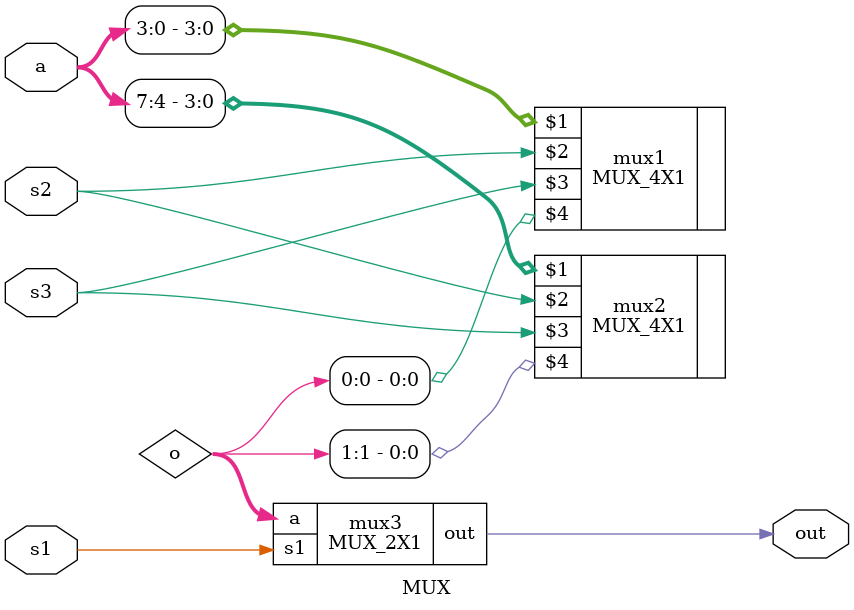
<source format=v>
`include 2:1_MUX.v
`include 4:1_MUX.v





module MUX_2X1 (a,s1,out);
output out;
input [1:0] a;
input s1;
  
  assign out = (s1==0) ? a[0] :a[1];
  //assign out = (s1==0)?((s2==0?a[0]:a[1])):((s2==0?a[2]:a[3]));
endmodule




module MUX(a,s1,s2,s3,out);
output out;
input [7:0] a;
input s1,s2,s3;
 wire [1:0] o;

  MUX_4X1 mux1(a[3:0],s2,s3,o[0]);
  MUX_4X1 mux2(a[7:4],s2,s3,o[1]);
  
  MUX_2X1 mux3(o,s1,out);
endmodule

</source>
